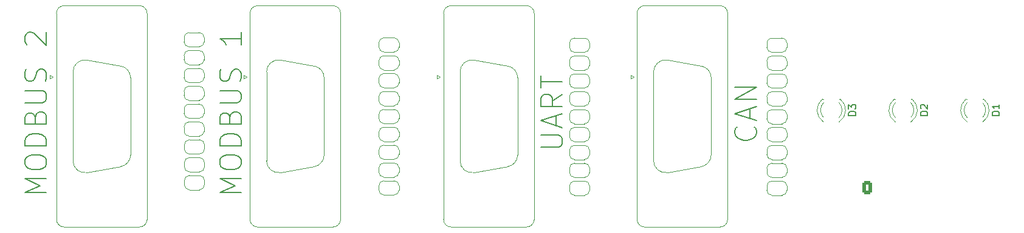
<source format=gto>
G04 #@! TF.GenerationSoftware,KiCad,Pcbnew,8.0.8*
G04 #@! TF.CreationDate,2025-02-08T12:44:00+01:00*
G04 #@! TF.ProjectId,OverlordInterface,4f766572-6c6f-4726-9449-6e7465726661,rev?*
G04 #@! TF.SameCoordinates,Original*
G04 #@! TF.FileFunction,Legend,Top*
G04 #@! TF.FilePolarity,Positive*
%FSLAX46Y46*%
G04 Gerber Fmt 4.6, Leading zero omitted, Abs format (unit mm)*
G04 Created by KiCad (PCBNEW 8.0.8) date 2025-02-08 12:44:00*
%MOMM*%
%LPD*%
G01*
G04 APERTURE LIST*
G04 Aperture macros list*
%AMRoundRect*
0 Rectangle with rounded corners*
0 $1 Rounding radius*
0 $2 $3 $4 $5 $6 $7 $8 $9 X,Y pos of 4 corners*
0 Add a 4 corners polygon primitive as box body*
4,1,4,$2,$3,$4,$5,$6,$7,$8,$9,$2,$3,0*
0 Add four circle primitives for the rounded corners*
1,1,$1+$1,$2,$3*
1,1,$1+$1,$4,$5*
1,1,$1+$1,$6,$7*
1,1,$1+$1,$8,$9*
0 Add four rect primitives between the rounded corners*
20,1,$1+$1,$2,$3,$4,$5,0*
20,1,$1+$1,$4,$5,$6,$7,0*
20,1,$1+$1,$6,$7,$8,$9,0*
20,1,$1+$1,$8,$9,$2,$3,0*%
%AMFreePoly0*
4,1,19,0.500000,-0.750000,0.000000,-0.750000,0.000000,-0.744911,-0.071157,-0.744911,-0.207708,-0.704816,-0.327430,-0.627875,-0.420627,-0.520320,-0.479746,-0.390866,-0.500000,-0.250000,-0.500000,0.250000,-0.479746,0.390866,-0.420627,0.520320,-0.327430,0.627875,-0.207708,0.704816,-0.071157,0.744911,0.000000,0.744911,0.000000,0.750000,0.500000,0.750000,0.500000,-0.750000,0.500000,-0.750000,
$1*%
%AMFreePoly1*
4,1,19,0.000000,0.744911,0.071157,0.744911,0.207708,0.704816,0.327430,0.627875,0.420627,0.520320,0.479746,0.390866,0.500000,0.250000,0.500000,-0.250000,0.479746,-0.390866,0.420627,-0.520320,0.327430,-0.627875,0.207708,-0.704816,0.071157,-0.744911,0.000000,-0.744911,0.000000,-0.750000,-0.500000,-0.750000,-0.500000,0.750000,0.000000,0.750000,0.000000,0.744911,0.000000,0.744911,
$1*%
G04 Aperture macros list end*
%ADD10C,0.150000*%
%ADD11C,0.120000*%
%ADD12FreePoly0,180.000000*%
%ADD13FreePoly1,180.000000*%
%ADD14R,1.800000X1.800000*%
%ADD15C,1.800000*%
%ADD16C,4.000000*%
%ADD17R,1.600000X1.600000*%
%ADD18C,1.600000*%
%ADD19C,1.500000*%
%ADD20RoundRect,0.250000X-0.400000X0.650000X-0.400000X-0.650000X0.400000X-0.650000X0.400000X0.650000X0*%
%ADD21O,1.300000X1.800000*%
G04 APERTURE END LIST*
D10*
X161365057Y-97524173D02*
X163793628Y-97524173D01*
X163793628Y-97524173D02*
X164079342Y-97381316D01*
X164079342Y-97381316D02*
X164222200Y-97238459D01*
X164222200Y-97238459D02*
X164365057Y-96952744D01*
X164365057Y-96952744D02*
X164365057Y-96381316D01*
X164365057Y-96381316D02*
X164222200Y-96095601D01*
X164222200Y-96095601D02*
X164079342Y-95952744D01*
X164079342Y-95952744D02*
X163793628Y-95809887D01*
X163793628Y-95809887D02*
X161365057Y-95809887D01*
X163507914Y-94524173D02*
X163507914Y-93095602D01*
X164365057Y-94809887D02*
X161365057Y-93809887D01*
X161365057Y-93809887D02*
X164365057Y-92809887D01*
X164365057Y-90095601D02*
X162936485Y-91095601D01*
X164365057Y-91809887D02*
X161365057Y-91809887D01*
X161365057Y-91809887D02*
X161365057Y-90667030D01*
X161365057Y-90667030D02*
X161507914Y-90381315D01*
X161507914Y-90381315D02*
X161650771Y-90238458D01*
X161650771Y-90238458D02*
X161936485Y-90095601D01*
X161936485Y-90095601D02*
X162365057Y-90095601D01*
X162365057Y-90095601D02*
X162650771Y-90238458D01*
X162650771Y-90238458D02*
X162793628Y-90381315D01*
X162793628Y-90381315D02*
X162936485Y-90667030D01*
X162936485Y-90667030D02*
X162936485Y-91809887D01*
X161365057Y-89238458D02*
X161365057Y-87524173D01*
X164365057Y-88381315D02*
X161365057Y-88381315D01*
X191099342Y-94667030D02*
X191242200Y-94809887D01*
X191242200Y-94809887D02*
X191385057Y-95238459D01*
X191385057Y-95238459D02*
X191385057Y-95524173D01*
X191385057Y-95524173D02*
X191242200Y-95952744D01*
X191242200Y-95952744D02*
X190956485Y-96238459D01*
X190956485Y-96238459D02*
X190670771Y-96381316D01*
X190670771Y-96381316D02*
X190099342Y-96524173D01*
X190099342Y-96524173D02*
X189670771Y-96524173D01*
X189670771Y-96524173D02*
X189099342Y-96381316D01*
X189099342Y-96381316D02*
X188813628Y-96238459D01*
X188813628Y-96238459D02*
X188527914Y-95952744D01*
X188527914Y-95952744D02*
X188385057Y-95524173D01*
X188385057Y-95524173D02*
X188385057Y-95238459D01*
X188385057Y-95238459D02*
X188527914Y-94809887D01*
X188527914Y-94809887D02*
X188670771Y-94667030D01*
X190527914Y-93524173D02*
X190527914Y-92095602D01*
X191385057Y-93809887D02*
X188385057Y-92809887D01*
X188385057Y-92809887D02*
X191385057Y-91809887D01*
X191385057Y-90809887D02*
X188385057Y-90809887D01*
X188385057Y-90809887D02*
X191385057Y-89095601D01*
X191385057Y-89095601D02*
X188385057Y-89095601D01*
X119625057Y-103877030D02*
X116625057Y-103877030D01*
X116625057Y-103877030D02*
X118767914Y-102877030D01*
X118767914Y-102877030D02*
X116625057Y-101877030D01*
X116625057Y-101877030D02*
X119625057Y-101877030D01*
X116625057Y-99877030D02*
X116625057Y-99305602D01*
X116625057Y-99305602D02*
X116767914Y-99019887D01*
X116767914Y-99019887D02*
X117053628Y-98734173D01*
X117053628Y-98734173D02*
X117625057Y-98591316D01*
X117625057Y-98591316D02*
X118625057Y-98591316D01*
X118625057Y-98591316D02*
X119196485Y-98734173D01*
X119196485Y-98734173D02*
X119482200Y-99019887D01*
X119482200Y-99019887D02*
X119625057Y-99305602D01*
X119625057Y-99305602D02*
X119625057Y-99877030D01*
X119625057Y-99877030D02*
X119482200Y-100162745D01*
X119482200Y-100162745D02*
X119196485Y-100448459D01*
X119196485Y-100448459D02*
X118625057Y-100591316D01*
X118625057Y-100591316D02*
X117625057Y-100591316D01*
X117625057Y-100591316D02*
X117053628Y-100448459D01*
X117053628Y-100448459D02*
X116767914Y-100162745D01*
X116767914Y-100162745D02*
X116625057Y-99877030D01*
X119625057Y-97305602D02*
X116625057Y-97305602D01*
X116625057Y-97305602D02*
X116625057Y-96591316D01*
X116625057Y-96591316D02*
X116767914Y-96162745D01*
X116767914Y-96162745D02*
X117053628Y-95877030D01*
X117053628Y-95877030D02*
X117339342Y-95734173D01*
X117339342Y-95734173D02*
X117910771Y-95591316D01*
X117910771Y-95591316D02*
X118339342Y-95591316D01*
X118339342Y-95591316D02*
X118910771Y-95734173D01*
X118910771Y-95734173D02*
X119196485Y-95877030D01*
X119196485Y-95877030D02*
X119482200Y-96162745D01*
X119482200Y-96162745D02*
X119625057Y-96591316D01*
X119625057Y-96591316D02*
X119625057Y-97305602D01*
X118053628Y-93305602D02*
X118196485Y-92877030D01*
X118196485Y-92877030D02*
X118339342Y-92734173D01*
X118339342Y-92734173D02*
X118625057Y-92591316D01*
X118625057Y-92591316D02*
X119053628Y-92591316D01*
X119053628Y-92591316D02*
X119339342Y-92734173D01*
X119339342Y-92734173D02*
X119482200Y-92877030D01*
X119482200Y-92877030D02*
X119625057Y-93162745D01*
X119625057Y-93162745D02*
X119625057Y-94305602D01*
X119625057Y-94305602D02*
X116625057Y-94305602D01*
X116625057Y-94305602D02*
X116625057Y-93305602D01*
X116625057Y-93305602D02*
X116767914Y-93019888D01*
X116767914Y-93019888D02*
X116910771Y-92877030D01*
X116910771Y-92877030D02*
X117196485Y-92734173D01*
X117196485Y-92734173D02*
X117482200Y-92734173D01*
X117482200Y-92734173D02*
X117767914Y-92877030D01*
X117767914Y-92877030D02*
X117910771Y-93019888D01*
X117910771Y-93019888D02*
X118053628Y-93305602D01*
X118053628Y-93305602D02*
X118053628Y-94305602D01*
X116625057Y-91305602D02*
X119053628Y-91305602D01*
X119053628Y-91305602D02*
X119339342Y-91162745D01*
X119339342Y-91162745D02*
X119482200Y-91019888D01*
X119482200Y-91019888D02*
X119625057Y-90734173D01*
X119625057Y-90734173D02*
X119625057Y-90162745D01*
X119625057Y-90162745D02*
X119482200Y-89877030D01*
X119482200Y-89877030D02*
X119339342Y-89734173D01*
X119339342Y-89734173D02*
X119053628Y-89591316D01*
X119053628Y-89591316D02*
X116625057Y-89591316D01*
X119482200Y-88305602D02*
X119625057Y-87877031D01*
X119625057Y-87877031D02*
X119625057Y-87162745D01*
X119625057Y-87162745D02*
X119482200Y-86877031D01*
X119482200Y-86877031D02*
X119339342Y-86734173D01*
X119339342Y-86734173D02*
X119053628Y-86591316D01*
X119053628Y-86591316D02*
X118767914Y-86591316D01*
X118767914Y-86591316D02*
X118482200Y-86734173D01*
X118482200Y-86734173D02*
X118339342Y-86877031D01*
X118339342Y-86877031D02*
X118196485Y-87162745D01*
X118196485Y-87162745D02*
X118053628Y-87734173D01*
X118053628Y-87734173D02*
X117910771Y-88019888D01*
X117910771Y-88019888D02*
X117767914Y-88162745D01*
X117767914Y-88162745D02*
X117482200Y-88305602D01*
X117482200Y-88305602D02*
X117196485Y-88305602D01*
X117196485Y-88305602D02*
X116910771Y-88162745D01*
X116910771Y-88162745D02*
X116767914Y-88019888D01*
X116767914Y-88019888D02*
X116625057Y-87734173D01*
X116625057Y-87734173D02*
X116625057Y-87019888D01*
X116625057Y-87019888D02*
X116767914Y-86591316D01*
X119625057Y-81448459D02*
X119625057Y-83162745D01*
X119625057Y-82305602D02*
X116625057Y-82305602D01*
X116625057Y-82305602D02*
X117053628Y-82591316D01*
X117053628Y-82591316D02*
X117339342Y-82877031D01*
X117339342Y-82877031D02*
X117482200Y-83162745D01*
X92485057Y-103877030D02*
X89485057Y-103877030D01*
X89485057Y-103877030D02*
X91627914Y-102877030D01*
X91627914Y-102877030D02*
X89485057Y-101877030D01*
X89485057Y-101877030D02*
X92485057Y-101877030D01*
X89485057Y-99877030D02*
X89485057Y-99305602D01*
X89485057Y-99305602D02*
X89627914Y-99019887D01*
X89627914Y-99019887D02*
X89913628Y-98734173D01*
X89913628Y-98734173D02*
X90485057Y-98591316D01*
X90485057Y-98591316D02*
X91485057Y-98591316D01*
X91485057Y-98591316D02*
X92056485Y-98734173D01*
X92056485Y-98734173D02*
X92342200Y-99019887D01*
X92342200Y-99019887D02*
X92485057Y-99305602D01*
X92485057Y-99305602D02*
X92485057Y-99877030D01*
X92485057Y-99877030D02*
X92342200Y-100162745D01*
X92342200Y-100162745D02*
X92056485Y-100448459D01*
X92056485Y-100448459D02*
X91485057Y-100591316D01*
X91485057Y-100591316D02*
X90485057Y-100591316D01*
X90485057Y-100591316D02*
X89913628Y-100448459D01*
X89913628Y-100448459D02*
X89627914Y-100162745D01*
X89627914Y-100162745D02*
X89485057Y-99877030D01*
X92485057Y-97305602D02*
X89485057Y-97305602D01*
X89485057Y-97305602D02*
X89485057Y-96591316D01*
X89485057Y-96591316D02*
X89627914Y-96162745D01*
X89627914Y-96162745D02*
X89913628Y-95877030D01*
X89913628Y-95877030D02*
X90199342Y-95734173D01*
X90199342Y-95734173D02*
X90770771Y-95591316D01*
X90770771Y-95591316D02*
X91199342Y-95591316D01*
X91199342Y-95591316D02*
X91770771Y-95734173D01*
X91770771Y-95734173D02*
X92056485Y-95877030D01*
X92056485Y-95877030D02*
X92342200Y-96162745D01*
X92342200Y-96162745D02*
X92485057Y-96591316D01*
X92485057Y-96591316D02*
X92485057Y-97305602D01*
X90913628Y-93305602D02*
X91056485Y-92877030D01*
X91056485Y-92877030D02*
X91199342Y-92734173D01*
X91199342Y-92734173D02*
X91485057Y-92591316D01*
X91485057Y-92591316D02*
X91913628Y-92591316D01*
X91913628Y-92591316D02*
X92199342Y-92734173D01*
X92199342Y-92734173D02*
X92342200Y-92877030D01*
X92342200Y-92877030D02*
X92485057Y-93162745D01*
X92485057Y-93162745D02*
X92485057Y-94305602D01*
X92485057Y-94305602D02*
X89485057Y-94305602D01*
X89485057Y-94305602D02*
X89485057Y-93305602D01*
X89485057Y-93305602D02*
X89627914Y-93019888D01*
X89627914Y-93019888D02*
X89770771Y-92877030D01*
X89770771Y-92877030D02*
X90056485Y-92734173D01*
X90056485Y-92734173D02*
X90342200Y-92734173D01*
X90342200Y-92734173D02*
X90627914Y-92877030D01*
X90627914Y-92877030D02*
X90770771Y-93019888D01*
X90770771Y-93019888D02*
X90913628Y-93305602D01*
X90913628Y-93305602D02*
X90913628Y-94305602D01*
X89485057Y-91305602D02*
X91913628Y-91305602D01*
X91913628Y-91305602D02*
X92199342Y-91162745D01*
X92199342Y-91162745D02*
X92342200Y-91019888D01*
X92342200Y-91019888D02*
X92485057Y-90734173D01*
X92485057Y-90734173D02*
X92485057Y-90162745D01*
X92485057Y-90162745D02*
X92342200Y-89877030D01*
X92342200Y-89877030D02*
X92199342Y-89734173D01*
X92199342Y-89734173D02*
X91913628Y-89591316D01*
X91913628Y-89591316D02*
X89485057Y-89591316D01*
X92342200Y-88305602D02*
X92485057Y-87877031D01*
X92485057Y-87877031D02*
X92485057Y-87162745D01*
X92485057Y-87162745D02*
X92342200Y-86877031D01*
X92342200Y-86877031D02*
X92199342Y-86734173D01*
X92199342Y-86734173D02*
X91913628Y-86591316D01*
X91913628Y-86591316D02*
X91627914Y-86591316D01*
X91627914Y-86591316D02*
X91342200Y-86734173D01*
X91342200Y-86734173D02*
X91199342Y-86877031D01*
X91199342Y-86877031D02*
X91056485Y-87162745D01*
X91056485Y-87162745D02*
X90913628Y-87734173D01*
X90913628Y-87734173D02*
X90770771Y-88019888D01*
X90770771Y-88019888D02*
X90627914Y-88162745D01*
X90627914Y-88162745D02*
X90342200Y-88305602D01*
X90342200Y-88305602D02*
X90056485Y-88305602D01*
X90056485Y-88305602D02*
X89770771Y-88162745D01*
X89770771Y-88162745D02*
X89627914Y-88019888D01*
X89627914Y-88019888D02*
X89485057Y-87734173D01*
X89485057Y-87734173D02*
X89485057Y-87019888D01*
X89485057Y-87019888D02*
X89627914Y-86591316D01*
X89770771Y-83162745D02*
X89627914Y-83019888D01*
X89627914Y-83019888D02*
X89485057Y-82734174D01*
X89485057Y-82734174D02*
X89485057Y-82019888D01*
X89485057Y-82019888D02*
X89627914Y-81734174D01*
X89627914Y-81734174D02*
X89770771Y-81591316D01*
X89770771Y-81591316D02*
X90056485Y-81448459D01*
X90056485Y-81448459D02*
X90342200Y-81448459D01*
X90342200Y-81448459D02*
X90770771Y-81591316D01*
X90770771Y-81591316D02*
X92485057Y-83305602D01*
X92485057Y-83305602D02*
X92485057Y-81448459D01*
X215244819Y-93063094D02*
X214244819Y-93063094D01*
X214244819Y-93063094D02*
X214244819Y-92824999D01*
X214244819Y-92824999D02*
X214292438Y-92682142D01*
X214292438Y-92682142D02*
X214387676Y-92586904D01*
X214387676Y-92586904D02*
X214482914Y-92539285D01*
X214482914Y-92539285D02*
X214673390Y-92491666D01*
X214673390Y-92491666D02*
X214816247Y-92491666D01*
X214816247Y-92491666D02*
X215006723Y-92539285D01*
X215006723Y-92539285D02*
X215101961Y-92586904D01*
X215101961Y-92586904D02*
X215197200Y-92682142D01*
X215197200Y-92682142D02*
X215244819Y-92824999D01*
X215244819Y-92824999D02*
X215244819Y-93063094D01*
X214340057Y-92110713D02*
X214292438Y-92063094D01*
X214292438Y-92063094D02*
X214244819Y-91967856D01*
X214244819Y-91967856D02*
X214244819Y-91729761D01*
X214244819Y-91729761D02*
X214292438Y-91634523D01*
X214292438Y-91634523D02*
X214340057Y-91586904D01*
X214340057Y-91586904D02*
X214435295Y-91539285D01*
X214435295Y-91539285D02*
X214530533Y-91539285D01*
X214530533Y-91539285D02*
X214673390Y-91586904D01*
X214673390Y-91586904D02*
X215244819Y-92158332D01*
X215244819Y-92158332D02*
X215244819Y-91539285D01*
X225244819Y-93063094D02*
X224244819Y-93063094D01*
X224244819Y-93063094D02*
X224244819Y-92824999D01*
X224244819Y-92824999D02*
X224292438Y-92682142D01*
X224292438Y-92682142D02*
X224387676Y-92586904D01*
X224387676Y-92586904D02*
X224482914Y-92539285D01*
X224482914Y-92539285D02*
X224673390Y-92491666D01*
X224673390Y-92491666D02*
X224816247Y-92491666D01*
X224816247Y-92491666D02*
X225006723Y-92539285D01*
X225006723Y-92539285D02*
X225101961Y-92586904D01*
X225101961Y-92586904D02*
X225197200Y-92682142D01*
X225197200Y-92682142D02*
X225244819Y-92824999D01*
X225244819Y-92824999D02*
X225244819Y-93063094D01*
X225244819Y-91539285D02*
X225244819Y-92110713D01*
X225244819Y-91824999D02*
X224244819Y-91824999D01*
X224244819Y-91824999D02*
X224387676Y-91920237D01*
X224387676Y-91920237D02*
X224482914Y-92015475D01*
X224482914Y-92015475D02*
X224530533Y-92110713D01*
X205244819Y-93063094D02*
X204244819Y-93063094D01*
X204244819Y-93063094D02*
X204244819Y-92824999D01*
X204244819Y-92824999D02*
X204292438Y-92682142D01*
X204292438Y-92682142D02*
X204387676Y-92586904D01*
X204387676Y-92586904D02*
X204482914Y-92539285D01*
X204482914Y-92539285D02*
X204673390Y-92491666D01*
X204673390Y-92491666D02*
X204816247Y-92491666D01*
X204816247Y-92491666D02*
X205006723Y-92539285D01*
X205006723Y-92539285D02*
X205101961Y-92586904D01*
X205101961Y-92586904D02*
X205197200Y-92682142D01*
X205197200Y-92682142D02*
X205244819Y-92824999D01*
X205244819Y-92824999D02*
X205244819Y-93063094D01*
X204244819Y-92158332D02*
X204244819Y-91539285D01*
X204244819Y-91539285D02*
X204625771Y-91872618D01*
X204625771Y-91872618D02*
X204625771Y-91729761D01*
X204625771Y-91729761D02*
X204673390Y-91634523D01*
X204673390Y-91634523D02*
X204721009Y-91586904D01*
X204721009Y-91586904D02*
X204816247Y-91539285D01*
X204816247Y-91539285D02*
X205054342Y-91539285D01*
X205054342Y-91539285D02*
X205149580Y-91586904D01*
X205149580Y-91586904D02*
X205197200Y-91634523D01*
X205197200Y-91634523D02*
X205244819Y-91729761D01*
X205244819Y-91729761D02*
X205244819Y-92015475D01*
X205244819Y-92015475D02*
X205197200Y-92110713D01*
X205197200Y-92110713D02*
X205149580Y-92158332D01*
D11*
X138800000Y-96005001D02*
X138800000Y-95404999D01*
X139500000Y-94705000D02*
X140900000Y-94705000D01*
X140900000Y-96705000D02*
X139500000Y-96705000D01*
X141600000Y-95404999D02*
X141600000Y-96005001D01*
X138800000Y-95404999D02*
G75*
G02*
X139500000Y-94705000I700000J-1D01*
G01*
X139500000Y-96705000D02*
G75*
G02*
X138800000Y-96005001I0J700000D01*
G01*
X140900000Y-94705000D02*
G75*
G02*
X141600000Y-95404999I1J-699999D01*
G01*
X141600000Y-96005001D02*
G75*
G02*
X140900000Y-96705000I-699999J0D01*
G01*
X111650000Y-82768376D02*
X111650000Y-82168374D01*
X112350000Y-81468375D02*
X113750000Y-81468375D01*
X113750000Y-83468375D02*
X112350000Y-83468375D01*
X114450000Y-82168374D02*
X114450000Y-82768376D01*
X111650000Y-82168374D02*
G75*
G02*
X112350000Y-81468375I700000J-1D01*
G01*
X112350000Y-83468375D02*
G75*
G02*
X111650000Y-82768376I0J700000D01*
G01*
X113750000Y-81468375D02*
G75*
G02*
X114450000Y-82168374I1J-699999D01*
G01*
X114450000Y-82768376D02*
G75*
G02*
X113750000Y-83468375I-699999J0D01*
G01*
X210750000Y-90765000D02*
X210594000Y-90765000D01*
X213066000Y-90765000D02*
X212910000Y-90765000D01*
X210749939Y-93996397D02*
G75*
G02*
X210594484Y-90765000I1080061J1671397D01*
G01*
X210749951Y-93365910D02*
G75*
G02*
X210750000Y-91284039I1080049J1040910D01*
G01*
X212910000Y-91284039D02*
G75*
G02*
X212910049Y-93365910I-1080000J-1040961D01*
G01*
X213065516Y-90765000D02*
G75*
G02*
X212910061Y-93996397I-1235516J-1560000D01*
G01*
X138800000Y-88505001D02*
X138800000Y-87904999D01*
X139500000Y-87205000D02*
X140900000Y-87205000D01*
X140900000Y-89205000D02*
X139500000Y-89205000D01*
X141600000Y-87904999D02*
X141600000Y-88505001D01*
X138800000Y-87904999D02*
G75*
G02*
X139500000Y-87205000I700000J-1D01*
G01*
X139500000Y-89205000D02*
G75*
G02*
X138800000Y-88505001I0J700000D01*
G01*
X140900000Y-87205000D02*
G75*
G02*
X141600000Y-87904999I1J-699999D01*
G01*
X141600000Y-88505001D02*
G75*
G02*
X140900000Y-89205000I-699999J0D01*
G01*
X111650000Y-92768374D02*
X111650000Y-92168372D01*
X112350000Y-91468373D02*
X113750000Y-91468373D01*
X113750000Y-93468373D02*
X112350000Y-93468373D01*
X114450000Y-92168372D02*
X114450000Y-92768374D01*
X111650000Y-92168372D02*
G75*
G02*
X112350000Y-91468373I700000J-1D01*
G01*
X112350000Y-93468373D02*
G75*
G02*
X111650000Y-92768374I0J700000D01*
G01*
X113750000Y-91468373D02*
G75*
G02*
X114450000Y-92168372I1J-699999D01*
G01*
X114450000Y-92768374D02*
G75*
G02*
X113750000Y-93468373I-699999J0D01*
G01*
X165349999Y-98540001D02*
X165349999Y-97939999D01*
X166049999Y-97240000D02*
X167449999Y-97240000D01*
X167449999Y-99240000D02*
X166049999Y-99240000D01*
X168149999Y-97939999D02*
X168149999Y-98540001D01*
X165349999Y-97939999D02*
G75*
G02*
X166049999Y-97240000I700000J-1D01*
G01*
X166049999Y-99240000D02*
G75*
G02*
X165349999Y-98540001I0J700000D01*
G01*
X167449999Y-97240000D02*
G75*
G02*
X168149999Y-97939999I1J-699999D01*
G01*
X168149999Y-98540001D02*
G75*
G02*
X167449999Y-99240000I-699999J0D01*
G01*
X192849999Y-101040001D02*
X192849999Y-100439999D01*
X193549999Y-99740000D02*
X194949999Y-99740000D01*
X194949999Y-101740000D02*
X193549999Y-101740000D01*
X195649999Y-100439999D02*
X195649999Y-101040001D01*
X192849999Y-100439999D02*
G75*
G02*
X193549999Y-99740000I700000J-1D01*
G01*
X193549999Y-101740000D02*
G75*
G02*
X192849999Y-101040001I0J700000D01*
G01*
X194949999Y-99740000D02*
G75*
G02*
X195649999Y-100439999I1J-699999D01*
G01*
X195649999Y-101040001D02*
G75*
G02*
X194949999Y-101740000I-699999J0D01*
G01*
X220750000Y-90765000D02*
X220594000Y-90765000D01*
X223066000Y-90765000D02*
X222910000Y-90765000D01*
X220749939Y-93996397D02*
G75*
G02*
X220594484Y-90765000I1080061J1671397D01*
G01*
X220749951Y-93365910D02*
G75*
G02*
X220750000Y-91284039I1080049J1040910D01*
G01*
X222910000Y-91284039D02*
G75*
G02*
X222910049Y-93365910I-1080000J-1040961D01*
G01*
X223065516Y-90765000D02*
G75*
G02*
X222910061Y-93996397I-1235516J-1560000D01*
G01*
X192849999Y-88540001D02*
X192849999Y-87939999D01*
X193549999Y-87240000D02*
X194949999Y-87240000D01*
X194949999Y-89240000D02*
X193549999Y-89240000D01*
X195649999Y-87939999D02*
X195649999Y-88540001D01*
X192849999Y-87939999D02*
G75*
G02*
X193549999Y-87240000I700000J-1D01*
G01*
X193549999Y-89240000D02*
G75*
G02*
X192849999Y-88540001I0J700000D01*
G01*
X194949999Y-87240000D02*
G75*
G02*
X195649999Y-87939999I1J-699999D01*
G01*
X195649999Y-88540001D02*
G75*
G02*
X194949999Y-89240000I-699999J0D01*
G01*
X192849999Y-91040001D02*
X192849999Y-90439999D01*
X193549999Y-89740000D02*
X194949999Y-89740000D01*
X194949999Y-91740000D02*
X193549999Y-91740000D01*
X195649999Y-90439999D02*
X195649999Y-91040001D01*
X192849999Y-90439999D02*
G75*
G02*
X193549999Y-89740000I700000J-1D01*
G01*
X193549999Y-91740000D02*
G75*
G02*
X192849999Y-91040001I0J700000D01*
G01*
X194949999Y-89740000D02*
G75*
G02*
X195649999Y-90439999I1J-699999D01*
G01*
X195649999Y-91040001D02*
G75*
G02*
X194949999Y-91740000I-699999J0D01*
G01*
X192849999Y-93540001D02*
X192849999Y-92939999D01*
X193549999Y-92240000D02*
X194949999Y-92240000D01*
X194949999Y-94240000D02*
X193549999Y-94240000D01*
X195649999Y-92939999D02*
X195649999Y-93540001D01*
X192849999Y-92939999D02*
G75*
G02*
X193549999Y-92240000I700000J-1D01*
G01*
X193549999Y-94240000D02*
G75*
G02*
X192849999Y-93540001I0J700000D01*
G01*
X194949999Y-92240000D02*
G75*
G02*
X195649999Y-92939999I1J-699999D01*
G01*
X195649999Y-93540001D02*
G75*
G02*
X194949999Y-94240000I-699999J0D01*
G01*
X138800000Y-98505001D02*
X138800000Y-97904999D01*
X139500000Y-97205000D02*
X140900000Y-97205000D01*
X140900000Y-99205000D02*
X139500000Y-99205000D01*
X141600000Y-97904999D02*
X141600000Y-98505001D01*
X138800000Y-97904999D02*
G75*
G02*
X139500000Y-97205000I700000J-1D01*
G01*
X139500000Y-99205000D02*
G75*
G02*
X138800000Y-98505001I0J700000D01*
G01*
X140900000Y-97205000D02*
G75*
G02*
X141600000Y-97904999I1J-699999D01*
G01*
X141600000Y-98505001D02*
G75*
G02*
X140900000Y-99205000I-699999J0D01*
G01*
X138800000Y-91005001D02*
X138800000Y-90404999D01*
X139500000Y-89705000D02*
X140900000Y-89705000D01*
X140900000Y-91705000D02*
X139500000Y-91705000D01*
X141600000Y-90404999D02*
X141600000Y-91005001D01*
X138800000Y-90404999D02*
G75*
G02*
X139500000Y-89705000I700000J-1D01*
G01*
X139500000Y-91705000D02*
G75*
G02*
X138800000Y-91005001I0J700000D01*
G01*
X140900000Y-89705000D02*
G75*
G02*
X141600000Y-90404999I1J-699999D01*
G01*
X141600000Y-91005001D02*
G75*
G02*
X140900000Y-91705000I-699999J0D01*
G01*
X92985662Y-87405000D02*
X93418675Y-87655000D01*
X92985662Y-87905000D02*
X92985662Y-87405000D01*
X93418675Y-87655000D02*
X92985662Y-87905000D01*
X93880000Y-107620000D02*
X93880000Y-78770000D01*
X94940000Y-77710000D02*
X105440000Y-77710000D01*
X96180000Y-99426689D02*
X96180000Y-86963311D01*
X98128256Y-85328530D02*
X102828256Y-86157267D01*
X98128256Y-101061470D02*
X102828256Y-100232733D01*
X104200000Y-98597952D02*
X104200000Y-87792048D01*
X105440000Y-108680000D02*
X94940000Y-108680000D01*
X106500000Y-78770000D02*
X106500000Y-107620000D01*
X93880000Y-78770000D02*
G75*
G02*
X94940000Y-77710000I1060000J0D01*
G01*
X94940000Y-108680000D02*
G75*
G02*
X93880000Y-107620000I1J1060001D01*
G01*
X96180000Y-86963311D02*
G75*
G02*
X98128256Y-85328529I1660000J1D01*
G01*
X98128256Y-101061470D02*
G75*
G02*
X96180000Y-99426689I-288257J1634780D01*
G01*
X102828256Y-86157267D02*
G75*
G02*
X104200000Y-87792048I-288255J-1634780D01*
G01*
X104200000Y-98597952D02*
G75*
G02*
X102828256Y-100232733I-1659999J-1D01*
G01*
X105440000Y-77710000D02*
G75*
G02*
X106500000Y-78770000I0J-1060000D01*
G01*
X106500000Y-107620000D02*
G75*
G02*
X105440000Y-108680000I-1060001J1D01*
G01*
X173875662Y-87405000D02*
X174308675Y-87655000D01*
X173875662Y-87905000D02*
X173875662Y-87405000D01*
X174308675Y-87655000D02*
X173875662Y-87905000D01*
X174770000Y-107620000D02*
X174770000Y-78770000D01*
X175830000Y-77710000D02*
X186330000Y-77710000D01*
X177070000Y-99426689D02*
X177070000Y-86963311D01*
X179018256Y-85328530D02*
X183718256Y-86157267D01*
X179018256Y-101061470D02*
X183718256Y-100232733D01*
X185090000Y-98597952D02*
X185090000Y-87792048D01*
X186330000Y-108680000D02*
X175830000Y-108680000D01*
X187390000Y-78770000D02*
X187390000Y-107620000D01*
X174770000Y-78770000D02*
G75*
G02*
X175830000Y-77710000I1060000J0D01*
G01*
X175830000Y-108680000D02*
G75*
G02*
X174770000Y-107620000I1J1060001D01*
G01*
X177070000Y-86963311D02*
G75*
G02*
X179018256Y-85328529I1660000J1D01*
G01*
X179018256Y-101061470D02*
G75*
G02*
X177070000Y-99426689I-288257J1634780D01*
G01*
X183718256Y-86157267D02*
G75*
G02*
X185090000Y-87792048I-288255J-1634780D01*
G01*
X185090000Y-98597952D02*
G75*
G02*
X183718256Y-100232733I-1659999J-1D01*
G01*
X186330000Y-77710000D02*
G75*
G02*
X187390000Y-78770000I0J-1060000D01*
G01*
X187390000Y-107620000D02*
G75*
G02*
X186330000Y-108680000I-1060001J1D01*
G01*
X192849999Y-98540001D02*
X192849999Y-97939999D01*
X193549999Y-97240000D02*
X194949999Y-97240000D01*
X194949999Y-99240000D02*
X193549999Y-99240000D01*
X195649999Y-97939999D02*
X195649999Y-98540001D01*
X192849999Y-97939999D02*
G75*
G02*
X193549999Y-97240000I700000J-1D01*
G01*
X193549999Y-99240000D02*
G75*
G02*
X192849999Y-98540001I0J700000D01*
G01*
X194949999Y-97240000D02*
G75*
G02*
X195649999Y-97939999I1J-699999D01*
G01*
X195649999Y-98540001D02*
G75*
G02*
X194949999Y-99240000I-699999J0D01*
G01*
X119948995Y-87405000D02*
X120382008Y-87655000D01*
X119948995Y-87905000D02*
X119948995Y-87405000D01*
X120382008Y-87655000D02*
X119948995Y-87905000D01*
X120843333Y-107620000D02*
X120843333Y-78770000D01*
X121903333Y-77710000D02*
X132403333Y-77710000D01*
X123143333Y-99426689D02*
X123143333Y-86963311D01*
X125091589Y-85328530D02*
X129791589Y-86157267D01*
X125091589Y-101061470D02*
X129791589Y-100232733D01*
X131163333Y-98597952D02*
X131163333Y-87792048D01*
X132403333Y-108680000D02*
X121903333Y-108680000D01*
X133463333Y-78770000D02*
X133463333Y-107620000D01*
X120843333Y-78770000D02*
G75*
G02*
X121903333Y-77710000I1060000J0D01*
G01*
X121903333Y-108680000D02*
G75*
G02*
X120843333Y-107620000I1J1060001D01*
G01*
X123143333Y-86963311D02*
G75*
G02*
X125091589Y-85328529I1660000J1D01*
G01*
X125091589Y-101061470D02*
G75*
G02*
X123143333Y-99426689I-288257J1634780D01*
G01*
X129791589Y-86157267D02*
G75*
G02*
X131163333Y-87792048I-288255J-1634780D01*
G01*
X131163333Y-98597952D02*
G75*
G02*
X129791589Y-100232733I-1659999J-1D01*
G01*
X132403333Y-77710000D02*
G75*
G02*
X133463333Y-78770000I0J-1060000D01*
G01*
X133463333Y-107620000D02*
G75*
G02*
X132403333Y-108680000I-1060001J1D01*
G01*
X165349999Y-101040001D02*
X165349999Y-100439999D01*
X166049999Y-99740000D02*
X167449999Y-99740000D01*
X167449999Y-101740000D02*
X166049999Y-101740000D01*
X168149999Y-100439999D02*
X168149999Y-101040001D01*
X165349999Y-100439999D02*
G75*
G02*
X166049999Y-99740000I700000J-1D01*
G01*
X166049999Y-101740000D02*
G75*
G02*
X165349999Y-101040001I0J700000D01*
G01*
X167449999Y-99740000D02*
G75*
G02*
X168149999Y-100439999I1J-699999D01*
G01*
X168149999Y-101040001D02*
G75*
G02*
X167449999Y-101740000I-699999J0D01*
G01*
X165349999Y-88540001D02*
X165349999Y-87939999D01*
X166049999Y-87240000D02*
X167449999Y-87240000D01*
X167449999Y-89240000D02*
X166049999Y-89240000D01*
X168149999Y-87939999D02*
X168149999Y-88540001D01*
X165349999Y-87939999D02*
G75*
G02*
X166049999Y-87240000I700000J-1D01*
G01*
X166049999Y-89240000D02*
G75*
G02*
X165349999Y-88540001I0J700000D01*
G01*
X167449999Y-87240000D02*
G75*
G02*
X168149999Y-87939999I1J-699999D01*
G01*
X168149999Y-88540001D02*
G75*
G02*
X167449999Y-89240000I-699999J0D01*
G01*
X192849999Y-86040001D02*
X192849999Y-85439999D01*
X193549999Y-84740000D02*
X194949999Y-84740000D01*
X194949999Y-86740000D02*
X193549999Y-86740000D01*
X195649999Y-85439999D02*
X195649999Y-86040001D01*
X192849999Y-85439999D02*
G75*
G02*
X193549999Y-84740000I700000J-1D01*
G01*
X193549999Y-86740000D02*
G75*
G02*
X192849999Y-86040001I0J700000D01*
G01*
X194949999Y-84740000D02*
G75*
G02*
X195649999Y-85439999I1J-699999D01*
G01*
X195649999Y-86040001D02*
G75*
G02*
X194949999Y-86740000I-699999J0D01*
G01*
X111650000Y-87768377D02*
X111650000Y-87168375D01*
X112350000Y-86468376D02*
X113750000Y-86468376D01*
X113750000Y-88468376D02*
X112350000Y-88468376D01*
X114450000Y-87168375D02*
X114450000Y-87768377D01*
X111650000Y-87168375D02*
G75*
G02*
X112350000Y-86468376I700000J-1D01*
G01*
X112350000Y-88468376D02*
G75*
G02*
X111650000Y-87768377I0J700000D01*
G01*
X113750000Y-86468376D02*
G75*
G02*
X114450000Y-87168375I1J-699999D01*
G01*
X114450000Y-87768377D02*
G75*
G02*
X113750000Y-88468376I-699999J0D01*
G01*
X138800000Y-101005001D02*
X138800000Y-100404999D01*
X139500000Y-99705000D02*
X140900000Y-99705000D01*
X140900000Y-101705000D02*
X139500000Y-101705000D01*
X141600000Y-100404999D02*
X141600000Y-101005001D01*
X138800000Y-100404999D02*
G75*
G02*
X139500000Y-99705000I700000J-1D01*
G01*
X139500000Y-101705000D02*
G75*
G02*
X138800000Y-101005001I0J700000D01*
G01*
X140900000Y-99705000D02*
G75*
G02*
X141600000Y-100404999I1J-699999D01*
G01*
X141600000Y-101005001D02*
G75*
G02*
X140900000Y-101705000I-699999J0D01*
G01*
X111650000Y-90268374D02*
X111650000Y-89668372D01*
X112350000Y-88968373D02*
X113750000Y-88968373D01*
X113750000Y-90968373D02*
X112350000Y-90968373D01*
X114450000Y-89668372D02*
X114450000Y-90268374D01*
X111650000Y-89668372D02*
G75*
G02*
X112350000Y-88968373I700000J-1D01*
G01*
X112350000Y-90968373D02*
G75*
G02*
X111650000Y-90268374I0J700000D01*
G01*
X113750000Y-88968373D02*
G75*
G02*
X114450000Y-89668372I1J-699999D01*
G01*
X114450000Y-90268374D02*
G75*
G02*
X113750000Y-90968373I-699999J0D01*
G01*
X165349998Y-103540001D02*
X165349998Y-102939999D01*
X166049998Y-102240000D02*
X167449998Y-102240000D01*
X167449998Y-104240000D02*
X166049998Y-104240000D01*
X168149998Y-102939999D02*
X168149998Y-103540001D01*
X165349998Y-102939999D02*
G75*
G02*
X166049998Y-102240000I700000J-1D01*
G01*
X166049998Y-104240000D02*
G75*
G02*
X165349998Y-103540001I0J700000D01*
G01*
X167449998Y-102240000D02*
G75*
G02*
X168149998Y-102939999I1J-699999D01*
G01*
X168149998Y-103540001D02*
G75*
G02*
X167449998Y-104240000I-699999J0D01*
G01*
X138800000Y-103505001D02*
X138800000Y-102904999D01*
X139500000Y-102205000D02*
X140900000Y-102205000D01*
X140900000Y-104205000D02*
X139500000Y-104205000D01*
X141600000Y-102904999D02*
X141600000Y-103505001D01*
X138800000Y-102904999D02*
G75*
G02*
X139500000Y-102205000I700000J-1D01*
G01*
X139500000Y-104205000D02*
G75*
G02*
X138800000Y-103505001I0J700000D01*
G01*
X140900000Y-102205000D02*
G75*
G02*
X141600000Y-102904999I1J-699999D01*
G01*
X141600000Y-103505001D02*
G75*
G02*
X140900000Y-104205000I-699999J0D01*
G01*
X146912328Y-87405000D02*
X147345341Y-87655000D01*
X146912328Y-87905000D02*
X146912328Y-87405000D01*
X147345341Y-87655000D02*
X146912328Y-87905000D01*
X147806666Y-107620000D02*
X147806666Y-78770000D01*
X148866666Y-77710000D02*
X159366666Y-77710000D01*
X150106666Y-99426689D02*
X150106666Y-86963311D01*
X152054922Y-85328530D02*
X156754922Y-86157267D01*
X152054922Y-101061470D02*
X156754922Y-100232733D01*
X158126666Y-98597952D02*
X158126666Y-87792048D01*
X159366666Y-108680000D02*
X148866666Y-108680000D01*
X160426666Y-78770000D02*
X160426666Y-107620000D01*
X147806666Y-78770000D02*
G75*
G02*
X148866666Y-77710000I1060000J0D01*
G01*
X148866666Y-108680000D02*
G75*
G02*
X147806666Y-107620000I1J1060001D01*
G01*
X150106666Y-86963311D02*
G75*
G02*
X152054922Y-85328529I1660000J1D01*
G01*
X152054922Y-101061470D02*
G75*
G02*
X150106666Y-99426689I-288257J1634780D01*
G01*
X156754922Y-86157267D02*
G75*
G02*
X158126666Y-87792048I-288255J-1634780D01*
G01*
X158126666Y-98597952D02*
G75*
G02*
X156754922Y-100232733I-1659999J-1D01*
G01*
X159366666Y-77710000D02*
G75*
G02*
X160426666Y-78770000I0J-1060000D01*
G01*
X160426666Y-107620000D02*
G75*
G02*
X159366666Y-108680000I-1060001J1D01*
G01*
X165349999Y-86040001D02*
X165349999Y-85439999D01*
X166049999Y-84740000D02*
X167449999Y-84740000D01*
X167449999Y-86740000D02*
X166049999Y-86740000D01*
X168149999Y-85439999D02*
X168149999Y-86040001D01*
X165349999Y-85439999D02*
G75*
G02*
X166049999Y-84740000I700000J-1D01*
G01*
X166049999Y-86740000D02*
G75*
G02*
X165349999Y-86040001I0J700000D01*
G01*
X167449999Y-84740000D02*
G75*
G02*
X168149999Y-85439999I1J-699999D01*
G01*
X168149999Y-86040001D02*
G75*
G02*
X167449999Y-86740000I-699999J0D01*
G01*
X192849999Y-83540001D02*
X192849999Y-82939999D01*
X193549999Y-82240000D02*
X194949999Y-82240000D01*
X194949999Y-84240000D02*
X193549999Y-84240000D01*
X195649999Y-82939999D02*
X195649999Y-83540001D01*
X192849999Y-82939999D02*
G75*
G02*
X193549999Y-82240000I700000J-1D01*
G01*
X193549999Y-84240000D02*
G75*
G02*
X192849999Y-83540001I0J700000D01*
G01*
X194949999Y-82240000D02*
G75*
G02*
X195649999Y-82939999I1J-699999D01*
G01*
X195649999Y-83540001D02*
G75*
G02*
X194949999Y-84240000I-699999J0D01*
G01*
X138800000Y-86005001D02*
X138800000Y-85404999D01*
X139500000Y-84705000D02*
X140900000Y-84705000D01*
X140900000Y-86705000D02*
X139500000Y-86705000D01*
X141600000Y-85404999D02*
X141600000Y-86005001D01*
X138800000Y-85404999D02*
G75*
G02*
X139500000Y-84705000I700000J-1D01*
G01*
X139500000Y-86705000D02*
G75*
G02*
X138800000Y-86005001I0J700000D01*
G01*
X140900000Y-84705000D02*
G75*
G02*
X141600000Y-85404999I1J-699999D01*
G01*
X141600000Y-86005001D02*
G75*
G02*
X140900000Y-86705000I-699999J0D01*
G01*
X111700001Y-102768376D02*
X111700001Y-102168374D01*
X112400001Y-101468375D02*
X113800001Y-101468375D01*
X113800001Y-103468375D02*
X112400001Y-103468375D01*
X114500001Y-102168374D02*
X114500001Y-102768376D01*
X111700001Y-102168374D02*
G75*
G02*
X112400001Y-101468375I700000J-1D01*
G01*
X112400001Y-103468375D02*
G75*
G02*
X111700001Y-102768376I0J700000D01*
G01*
X113800001Y-101468375D02*
G75*
G02*
X114500001Y-102168374I1J-699999D01*
G01*
X114500001Y-102768376D02*
G75*
G02*
X113800001Y-103468375I-699999J0D01*
G01*
X192849999Y-103540001D02*
X192849999Y-102939999D01*
X193549999Y-102240000D02*
X194949999Y-102240000D01*
X194949999Y-104240000D02*
X193549999Y-104240000D01*
X195649999Y-102939999D02*
X195649999Y-103540001D01*
X192849999Y-102939999D02*
G75*
G02*
X193549999Y-102240000I700000J-1D01*
G01*
X193549999Y-104240000D02*
G75*
G02*
X192849999Y-103540001I0J700000D01*
G01*
X194949999Y-102240000D02*
G75*
G02*
X195649999Y-102939999I1J-699999D01*
G01*
X195649999Y-103540001D02*
G75*
G02*
X194949999Y-104240000I-699999J0D01*
G01*
X165349999Y-96040001D02*
X165349999Y-95439999D01*
X166049999Y-94740000D02*
X167449999Y-94740000D01*
X167449999Y-96740000D02*
X166049999Y-96740000D01*
X168149999Y-95439999D02*
X168149999Y-96040001D01*
X165349999Y-95439999D02*
G75*
G02*
X166049999Y-94740000I700000J-1D01*
G01*
X166049999Y-96740000D02*
G75*
G02*
X165349999Y-96040001I0J700000D01*
G01*
X167449999Y-94740000D02*
G75*
G02*
X168149999Y-95439999I1J-699999D01*
G01*
X168149999Y-96040001D02*
G75*
G02*
X167449999Y-96740000I-699999J0D01*
G01*
X165349999Y-93540001D02*
X165349999Y-92939999D01*
X166049999Y-92240000D02*
X167449999Y-92240000D01*
X167449999Y-94240000D02*
X166049999Y-94240000D01*
X168149999Y-92939999D02*
X168149999Y-93540001D01*
X165349999Y-92939999D02*
G75*
G02*
X166049999Y-92240000I700000J-1D01*
G01*
X166049999Y-94240000D02*
G75*
G02*
X165349999Y-93540001I0J700000D01*
G01*
X167449999Y-92240000D02*
G75*
G02*
X168149999Y-92939999I1J-699999D01*
G01*
X168149999Y-93540001D02*
G75*
G02*
X167449999Y-94240000I-699999J0D01*
G01*
X165349999Y-91040001D02*
X165349999Y-90439999D01*
X166049999Y-89740000D02*
X167449999Y-89740000D01*
X167449999Y-91740000D02*
X166049999Y-91740000D01*
X168149999Y-90439999D02*
X168149999Y-91040001D01*
X165349999Y-90439999D02*
G75*
G02*
X166049999Y-89740000I700000J-1D01*
G01*
X166049999Y-91740000D02*
G75*
G02*
X165349999Y-91040001I0J700000D01*
G01*
X167449999Y-89740000D02*
G75*
G02*
X168149999Y-90439999I1J-699999D01*
G01*
X168149999Y-91040001D02*
G75*
G02*
X167449999Y-91740000I-699999J0D01*
G01*
X200750000Y-90765000D02*
X200594000Y-90765000D01*
X203066000Y-90765000D02*
X202910000Y-90765000D01*
X200749939Y-93996397D02*
G75*
G02*
X200594484Y-90765000I1080061J1671397D01*
G01*
X200749951Y-93365910D02*
G75*
G02*
X200750000Y-91284039I1080049J1040910D01*
G01*
X202910000Y-91284039D02*
G75*
G02*
X202910049Y-93365910I-1080000J-1040961D01*
G01*
X203065516Y-90765000D02*
G75*
G02*
X202910061Y-93996397I-1235516J-1560000D01*
G01*
X111700001Y-100268376D02*
X111700001Y-99668374D01*
X112400001Y-98968375D02*
X113800001Y-98968375D01*
X113800001Y-100968375D02*
X112400001Y-100968375D01*
X114500001Y-99668374D02*
X114500001Y-100268376D01*
X111700001Y-99668374D02*
G75*
G02*
X112400001Y-98968375I700000J-1D01*
G01*
X112400001Y-100968375D02*
G75*
G02*
X111700001Y-100268376I0J700000D01*
G01*
X113800001Y-98968375D02*
G75*
G02*
X114500001Y-99668374I1J-699999D01*
G01*
X114500001Y-100268376D02*
G75*
G02*
X113800001Y-100968375I-699999J0D01*
G01*
X111700000Y-97768377D02*
X111700000Y-97168375D01*
X112400000Y-96468376D02*
X113800000Y-96468376D01*
X113800000Y-98468376D02*
X112400000Y-98468376D01*
X114500000Y-97168375D02*
X114500000Y-97768377D01*
X111700000Y-97168375D02*
G75*
G02*
X112400000Y-96468376I700000J-1D01*
G01*
X112400000Y-98468376D02*
G75*
G02*
X111700000Y-97768377I0J700000D01*
G01*
X113800000Y-96468376D02*
G75*
G02*
X114500000Y-97168375I1J-699999D01*
G01*
X114500000Y-97768377D02*
G75*
G02*
X113800000Y-98468376I-699999J0D01*
G01*
X138800000Y-83505001D02*
X138800000Y-82904999D01*
X139500000Y-82205000D02*
X140900000Y-82205000D01*
X140900000Y-84205000D02*
X139500000Y-84205000D01*
X141600000Y-82904999D02*
X141600000Y-83505001D01*
X138800000Y-82904999D02*
G75*
G02*
X139500000Y-82205000I700000J-1D01*
G01*
X139500000Y-84205000D02*
G75*
G02*
X138800000Y-83505001I0J700000D01*
G01*
X140900000Y-82205000D02*
G75*
G02*
X141600000Y-82904999I1J-699999D01*
G01*
X141600000Y-83505001D02*
G75*
G02*
X140900000Y-84205000I-699999J0D01*
G01*
X138800000Y-93505001D02*
X138800000Y-92904999D01*
X139500000Y-92205000D02*
X140900000Y-92205000D01*
X140900000Y-94205000D02*
X139500000Y-94205000D01*
X141600000Y-92904999D02*
X141600000Y-93505001D01*
X138800000Y-92904999D02*
G75*
G02*
X139500000Y-92205000I700000J-1D01*
G01*
X139500000Y-94205000D02*
G75*
G02*
X138800000Y-93505001I0J700000D01*
G01*
X140900000Y-92205000D02*
G75*
G02*
X141600000Y-92904999I1J-699999D01*
G01*
X141600000Y-93505001D02*
G75*
G02*
X140900000Y-94205000I-699999J0D01*
G01*
X111650000Y-95268374D02*
X111650000Y-94668372D01*
X112350000Y-93968373D02*
X113750000Y-93968373D01*
X113750000Y-95968373D02*
X112350000Y-95968373D01*
X114450000Y-94668372D02*
X114450000Y-95268374D01*
X111650000Y-94668372D02*
G75*
G02*
X112350000Y-93968373I700000J-1D01*
G01*
X112350000Y-95968373D02*
G75*
G02*
X111650000Y-95268374I0J700000D01*
G01*
X113750000Y-93968373D02*
G75*
G02*
X114450000Y-94668372I1J-699999D01*
G01*
X114450000Y-95268374D02*
G75*
G02*
X113750000Y-95968373I-699999J0D01*
G01*
X165349999Y-83540001D02*
X165349999Y-82939999D01*
X166049999Y-82240000D02*
X167449999Y-82240000D01*
X167449999Y-84240000D02*
X166049999Y-84240000D01*
X168149999Y-82939999D02*
X168149999Y-83540001D01*
X165349999Y-82939999D02*
G75*
G02*
X166049999Y-82240000I700000J-1D01*
G01*
X166049999Y-84240000D02*
G75*
G02*
X165349999Y-83540001I0J700000D01*
G01*
X167449999Y-82240000D02*
G75*
G02*
X168149999Y-82939999I1J-699999D01*
G01*
X168149999Y-83540001D02*
G75*
G02*
X167449999Y-84240000I-699999J0D01*
G01*
X192849999Y-96040001D02*
X192849999Y-95439999D01*
X193549999Y-94740000D02*
X194949999Y-94740000D01*
X194949999Y-96740000D02*
X193549999Y-96740000D01*
X195649999Y-95439999D02*
X195649999Y-96040001D01*
X192849999Y-95439999D02*
G75*
G02*
X193549999Y-94740000I700000J-1D01*
G01*
X193549999Y-96740000D02*
G75*
G02*
X192849999Y-96040001I0J700000D01*
G01*
X194949999Y-94740000D02*
G75*
G02*
X195649999Y-95439999I1J-699999D01*
G01*
X195649999Y-96040001D02*
G75*
G02*
X194949999Y-96740000I-699999J0D01*
G01*
X111650000Y-85268377D02*
X111650000Y-84668375D01*
X112350000Y-83968376D02*
X113750000Y-83968376D01*
X113750000Y-85968376D02*
X112350000Y-85968376D01*
X114450000Y-84668375D02*
X114450000Y-85268377D01*
X111650000Y-84668375D02*
G75*
G02*
X112350000Y-83968376I700000J-1D01*
G01*
X112350000Y-85968376D02*
G75*
G02*
X111650000Y-85268377I0J700000D01*
G01*
X113750000Y-83968376D02*
G75*
G02*
X114450000Y-84668375I1J-699999D01*
G01*
X114450000Y-85268377D02*
G75*
G02*
X113750000Y-85968376I-699999J0D01*
G01*
%LPC*%
D12*
X140849999Y-95705000D03*
D13*
X139550001Y-95705000D03*
D12*
X113699999Y-82468375D03*
D13*
X112400001Y-82468375D03*
D14*
X211830000Y-91055000D03*
D15*
X211830000Y-93595000D03*
D12*
X140849999Y-88205000D03*
D13*
X139550001Y-88205000D03*
D12*
X113699999Y-92468373D03*
D13*
X112400001Y-92468373D03*
D12*
X167399998Y-98240000D03*
D13*
X166100000Y-98240000D03*
D12*
X194899998Y-100740000D03*
D13*
X193600000Y-100740000D03*
D14*
X221830000Y-91055000D03*
D15*
X221830000Y-93595000D03*
D12*
X194899998Y-88240000D03*
D13*
X193600000Y-88240000D03*
D12*
X194899998Y-90740000D03*
D13*
X193600000Y-90740000D03*
D12*
X194899998Y-93240000D03*
D13*
X193600000Y-93240000D03*
D12*
X140849999Y-98205000D03*
D13*
X139550001Y-98205000D03*
D12*
X140849999Y-90705000D03*
D13*
X139550001Y-90705000D03*
D16*
X100190000Y-105695000D03*
X100190000Y-80695000D03*
D17*
X98770000Y-87655000D03*
D18*
X98770000Y-90425000D03*
X98770000Y-93195000D03*
X98770000Y-95965000D03*
X98770000Y-98735000D03*
X101610000Y-89040000D03*
X101610000Y-91810000D03*
X101610000Y-94580000D03*
X101610000Y-97350000D03*
D16*
X181080000Y-105695000D03*
X181080000Y-80695000D03*
D17*
X179660000Y-87655000D03*
D18*
X179660000Y-90425000D03*
X179660000Y-93195000D03*
X179660000Y-95965000D03*
X179660000Y-98735000D03*
X182500000Y-89040000D03*
X182500000Y-91810000D03*
X182500000Y-94580000D03*
X182500000Y-97350000D03*
D12*
X194899998Y-98240000D03*
D13*
X193600000Y-98240000D03*
D16*
X127153333Y-105695000D03*
X127153333Y-80695000D03*
D17*
X125733333Y-87655000D03*
D18*
X125733333Y-90425000D03*
X125733333Y-93195000D03*
X125733333Y-95965000D03*
X125733333Y-98735000D03*
X128573333Y-89040000D03*
X128573333Y-91810000D03*
X128573333Y-94580000D03*
X128573333Y-97350000D03*
D12*
X167399998Y-100740000D03*
D13*
X166100000Y-100740000D03*
D12*
X167399998Y-88240000D03*
D13*
X166100000Y-88240000D03*
D12*
X194899998Y-85740000D03*
D13*
X193600000Y-85740000D03*
D12*
X113699999Y-87468376D03*
D13*
X112400001Y-87468376D03*
D12*
X140849999Y-100705000D03*
D13*
X139550001Y-100705000D03*
D12*
X113699999Y-89968373D03*
D13*
X112400001Y-89968373D03*
D12*
X167399997Y-103240000D03*
D13*
X166099999Y-103240000D03*
D12*
X140849999Y-103205000D03*
D13*
X139550001Y-103205000D03*
D16*
X154116666Y-105695000D03*
X154116666Y-80695000D03*
D17*
X152696666Y-87655000D03*
D18*
X152696666Y-90425000D03*
X152696666Y-93195000D03*
X152696666Y-95965000D03*
X152696666Y-98735000D03*
X155536666Y-89040000D03*
X155536666Y-91810000D03*
X155536666Y-94580000D03*
X155536666Y-97350000D03*
D12*
X167399998Y-85740000D03*
D13*
X166100000Y-85740000D03*
D12*
X194899998Y-83240000D03*
D13*
X193600000Y-83240000D03*
D12*
X140849999Y-85705000D03*
D13*
X139550001Y-85705000D03*
D12*
X113750000Y-102468375D03*
D13*
X112450002Y-102468375D03*
D12*
X194899998Y-103240000D03*
D13*
X193600000Y-103240000D03*
D12*
X167399998Y-95740000D03*
D13*
X166100000Y-95740000D03*
D12*
X167399998Y-93240000D03*
D13*
X166100000Y-93240000D03*
D12*
X167399998Y-90740000D03*
D13*
X166100000Y-90740000D03*
D14*
X201830000Y-91055000D03*
D15*
X201830000Y-93595000D03*
D12*
X113750000Y-99968375D03*
D13*
X112450002Y-99968375D03*
D12*
X113749999Y-97468376D03*
D13*
X112450001Y-97468376D03*
D12*
X140849999Y-83205000D03*
D13*
X139550001Y-83205000D03*
D12*
X140849999Y-93205000D03*
D13*
X139550001Y-93205000D03*
D12*
X113699999Y-94968373D03*
D13*
X112400001Y-94968373D03*
D12*
X167399998Y-83240000D03*
D13*
X166100000Y-83240000D03*
D12*
X194899998Y-95740000D03*
D13*
X193600000Y-95740000D03*
D12*
X113699999Y-84968376D03*
D13*
X112400001Y-84968376D03*
D19*
X222590001Y-101710000D03*
X205020001Y-101710000D03*
D20*
X206820001Y-103190000D03*
D21*
X208090001Y-105730000D03*
X209360001Y-103190000D03*
X210630001Y-105730000D03*
X211900000Y-103190000D03*
X213170001Y-105730000D03*
X214440001Y-103190000D03*
X215710001Y-105730000D03*
X216980001Y-103190000D03*
X218250001Y-105730000D03*
X219520001Y-103190000D03*
X220790001Y-105730000D03*
%LPD*%
M02*

</source>
